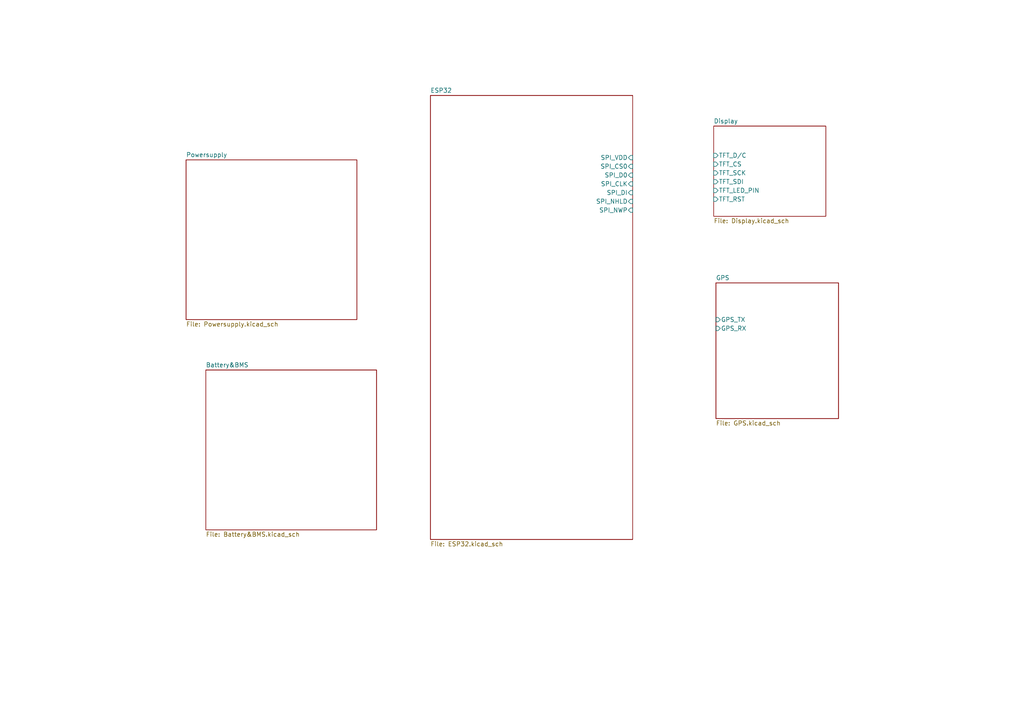
<source format=kicad_sch>
(kicad_sch (version 20230121) (generator eeschema)
  (paper "A4")
  (lib_symbols)
  (sheet (at 207.01 36.576) (size 32.512 26.162) (stroke (width 0.1524))
    (property "Sheetname" "Display" (at 207.01 35.8644 0) (effects (justify left bottom)))
    (property "Sheetfile" "Display.kicad_sch" (at 207.01 63.3226 0) (effects (justify left top)))
    (pin "TFT_SDI" input (at 207.01 52.705 180))
    (pin "TFT_SCK" input (at 207.01 50.165 180))
    (pin "TFT_CS" input (at 207.01 47.625 180))
    (pin "TFT_D{slash}C" input (at 207.01 45.085 180))
    (pin "TFT_LED_PIN" input (at 207.01 55.245 180))
    (pin "TFT_RST" input (at 207.01 57.785 180))
  )
  (sheet (at 207.645 82.042) (size 35.56 39.37) (stroke (width 0.1524))
    (property "Sheetname" "GPS" (at 207.645 81.3304 0) (effects (justify left bottom)))
    (property "Sheetfile" "GPS.kicad_sch" (at 207.645 121.9966 0) (effects (justify left top)))
    (pin "GPS_TX" input (at 207.645 92.71 180))
    (pin "GPS_RX" input (at 207.645 95.25 180))
  )
  (sheet (at 124.841 27.686) (size 58.674 128.778) (stroke (width 0.1524))
    (property "Sheetname" "ESP32" (at 124.841 26.9744 0) (effects (justify left bottom)))
    (property "Sheetfile" "ESP32.kicad_sch" (at 124.841 157.0486 0) (effects (justify left top)))
    (pin "SPI_VDD" input (at 183.515 45.72 0))
    (pin "SPI_CS0" input (at 183.515 48.26 0))
    (pin "SPI_D0" input (at 183.515 50.8 0))
    (pin "SPI_CLK" input (at 183.515 53.34 0))
    (pin "SPI_DI" input (at 183.515 55.88 0))
    (pin "SPI_NHLD" input (at 183.515 58.42 0))
    (pin "SPI_NWP" input (at 183.515 60.96 0))
  )
  (sheet (at 59.69 107.315) (size 49.53 46.355) (stroke (width 0.1524))
    (property "Sheetname" "Battery&BMS" (at 59.69 106.6034 0) (effects (justify left bottom)))
    (property "Sheetfile" "Battery&BMS.kicad_sch" (at 59.69 154.2546 0) (effects (justify left top)))
  )
  (sheet (at 53.975 46.355) (size 49.53 46.355) (stroke (width 0.1524))
    (property "Sheetname" "Powersupply" (at 53.975 45.6434 0) (effects (justify left bottom)))
    (property "Sheetfile" "Powersupply.kicad_sch" (at 53.975 93.2946 0) (effects (justify left top)))
  )
)
</source>
